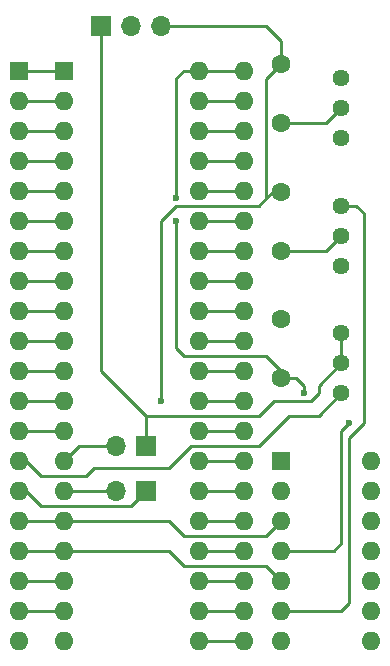
<source format=gtl>
G04 #@! TF.FileFunction,Copper,L1,Top,Signal*
%FSLAX46Y46*%
G04 Gerber Fmt 4.6, Leading zero omitted, Abs format (unit mm)*
G04 Created by KiCad (PCBNEW 4.0.7) date 10/18/19 23:27:25*
%MOMM*%
%LPD*%
G01*
G04 APERTURE LIST*
%ADD10C,0.100000*%
%ADD11R,1.600000X1.600000*%
%ADD12O,1.600000X1.600000*%
%ADD13C,1.600000*%
%ADD14C,1.440000*%
%ADD15R,1.700000X1.700000*%
%ADD16O,1.700000X1.700000*%
%ADD17C,0.600000*%
%ADD18C,0.250000*%
G04 APERTURE END LIST*
D10*
D11*
X120015000Y-104775000D03*
D12*
X135255000Y-153035000D03*
X120015000Y-107315000D03*
X135255000Y-150495000D03*
X120015000Y-109855000D03*
X135255000Y-147955000D03*
X120015000Y-112395000D03*
X135255000Y-145415000D03*
X120015000Y-114935000D03*
X135255000Y-142875000D03*
X120015000Y-117475000D03*
X135255000Y-140335000D03*
X120015000Y-120015000D03*
X135255000Y-137795000D03*
X120015000Y-122555000D03*
X135255000Y-135255000D03*
X120015000Y-125095000D03*
X135255000Y-132715000D03*
X120015000Y-127635000D03*
X135255000Y-130175000D03*
X120015000Y-130175000D03*
X135255000Y-127635000D03*
X120015000Y-132715000D03*
X135255000Y-125095000D03*
X120015000Y-135255000D03*
X135255000Y-122555000D03*
X120015000Y-137795000D03*
X135255000Y-120015000D03*
X120015000Y-140335000D03*
X135255000Y-117475000D03*
X120015000Y-142875000D03*
X135255000Y-114935000D03*
X120015000Y-145415000D03*
X135255000Y-112395000D03*
X120015000Y-147955000D03*
X135255000Y-109855000D03*
X120015000Y-150495000D03*
X135255000Y-107315000D03*
X120015000Y-153035000D03*
X135255000Y-104775000D03*
D13*
X138430000Y-130810000D03*
X138430000Y-125810000D03*
X138430000Y-109220000D03*
X138430000Y-104220000D03*
X138430000Y-120015000D03*
X138430000Y-115015000D03*
D14*
X143510000Y-110490000D03*
X143510000Y-107950000D03*
X143510000Y-105410000D03*
X143510000Y-121285000D03*
X143510000Y-118745000D03*
X143510000Y-116205000D03*
X143510000Y-132080000D03*
X143510000Y-129540000D03*
X143510000Y-127000000D03*
D11*
X138430000Y-137795000D03*
D12*
X146050000Y-153035000D03*
X138430000Y-140335000D03*
X146050000Y-150495000D03*
X138430000Y-142875000D03*
X146050000Y-147955000D03*
X138430000Y-145415000D03*
X146050000Y-145415000D03*
X138430000Y-147955000D03*
X146050000Y-142875000D03*
X138430000Y-150495000D03*
X146050000Y-140335000D03*
X138430000Y-153035000D03*
X146050000Y-137795000D03*
D11*
X116205000Y-104775000D03*
D12*
X131445000Y-153035000D03*
X116205000Y-107315000D03*
X131445000Y-150495000D03*
X116205000Y-109855000D03*
X131445000Y-147955000D03*
X116205000Y-112395000D03*
X131445000Y-145415000D03*
X116205000Y-114935000D03*
X131445000Y-142875000D03*
X116205000Y-117475000D03*
X131445000Y-140335000D03*
X116205000Y-120015000D03*
X131445000Y-137795000D03*
X116205000Y-122555000D03*
X131445000Y-135255000D03*
X116205000Y-125095000D03*
X131445000Y-132715000D03*
X116205000Y-127635000D03*
X131445000Y-130175000D03*
X116205000Y-130175000D03*
X131445000Y-127635000D03*
X116205000Y-132715000D03*
X131445000Y-125095000D03*
X116205000Y-135255000D03*
X131445000Y-122555000D03*
X116205000Y-137795000D03*
X131445000Y-120015000D03*
X116205000Y-140335000D03*
X131445000Y-117475000D03*
X116205000Y-142875000D03*
X131445000Y-114935000D03*
X116205000Y-145415000D03*
X131445000Y-112395000D03*
X116205000Y-147955000D03*
X131445000Y-109855000D03*
X116205000Y-150495000D03*
X131445000Y-107315000D03*
X116205000Y-153035000D03*
X131445000Y-104775000D03*
D15*
X123190000Y-100965000D03*
D16*
X125730000Y-100965000D03*
X128270000Y-100965000D03*
D15*
X127000000Y-140335000D03*
D16*
X124460000Y-140335000D03*
D15*
X127000000Y-136525000D03*
D16*
X124460000Y-136525000D03*
D17*
X129540000Y-115570000D03*
X129540000Y-117475000D03*
X140335000Y-132080000D03*
X144145000Y-134620000D03*
X128270000Y-132715000D03*
D18*
X138430000Y-109220000D02*
X142240000Y-109220000D01*
X142240000Y-109220000D02*
X143510000Y-107950000D01*
X138430000Y-120015000D02*
X142240000Y-120015000D01*
X142240000Y-120015000D02*
X143510000Y-118745000D01*
X137160000Y-128905000D02*
X130175000Y-128905000D01*
X130175000Y-128905000D02*
X129540000Y-128270000D01*
X129540000Y-115570000D02*
X129540000Y-105410000D01*
X129540000Y-128270000D02*
X129540000Y-117475000D01*
X129540000Y-105410000D02*
X130175000Y-104775000D01*
X131445000Y-104775000D02*
X130175000Y-104775000D01*
X137160000Y-128905000D02*
X138430000Y-130175000D01*
X140335000Y-132080000D02*
X140335000Y-131445000D01*
X139700000Y-130810000D02*
X138430000Y-130810000D01*
X140335000Y-131445000D02*
X139700000Y-130810000D01*
X138430000Y-130810000D02*
X138430000Y-130175000D01*
X131445000Y-104775000D02*
X135255000Y-104775000D01*
X143510000Y-135890000D02*
X143510000Y-144780000D01*
X143510000Y-135890000D02*
X143510000Y-135255000D01*
X143510000Y-135255000D02*
X144145000Y-134620000D01*
X142875000Y-145415000D02*
X138430000Y-145415000D01*
X143510000Y-144780000D02*
X142875000Y-145415000D01*
X143510000Y-116205000D02*
X144780000Y-116205000D01*
X145415000Y-116840000D02*
X144780000Y-116205000D01*
X144145000Y-136525000D02*
X144145000Y-149860000D01*
X145415000Y-134620000D02*
X145415000Y-133350000D01*
X144145000Y-135890000D02*
X145415000Y-134620000D01*
X144145000Y-136525000D02*
X144145000Y-135890000D01*
X143510000Y-150495000D02*
X138430000Y-150495000D01*
X144145000Y-149860000D02*
X143510000Y-150495000D01*
X145415000Y-133350000D02*
X145415000Y-116840000D01*
X120015000Y-142875000D02*
X128905000Y-142875000D01*
X137160000Y-144145000D02*
X138430000Y-142875000D01*
X130175000Y-144145000D02*
X137160000Y-144145000D01*
X128905000Y-142875000D02*
X130175000Y-144145000D01*
X116205000Y-142875000D02*
X120015000Y-142875000D01*
X120015000Y-145415000D02*
X128905000Y-145415000D01*
X137160000Y-146685000D02*
X138430000Y-147955000D01*
X130175000Y-146685000D02*
X137160000Y-146685000D01*
X128905000Y-145415000D02*
X130175000Y-146685000D01*
X116205000Y-145415000D02*
X120015000Y-145415000D01*
X116205000Y-104775000D02*
X120015000Y-104775000D01*
X131445000Y-153035000D02*
X135255000Y-153035000D01*
X116205000Y-107315000D02*
X120015000Y-107315000D01*
X135255000Y-150495000D02*
X131445000Y-150495000D01*
X116205000Y-109855000D02*
X120015000Y-109855000D01*
X131445000Y-147955000D02*
X135255000Y-147955000D01*
X116205000Y-112395000D02*
X120015000Y-112395000D01*
X131445000Y-145415000D02*
X135255000Y-145415000D01*
X120015000Y-114935000D02*
X116205000Y-114935000D01*
X131445000Y-142875000D02*
X135255000Y-142875000D01*
X116205000Y-117475000D02*
X120015000Y-117475000D01*
X131445000Y-140335000D02*
X135255000Y-140335000D01*
X120015000Y-120015000D02*
X116205000Y-120015000D01*
X131445000Y-137795000D02*
X135255000Y-137795000D01*
X116205000Y-122555000D02*
X120015000Y-122555000D01*
X131445000Y-135255000D02*
X135255000Y-135255000D01*
X120015000Y-125095000D02*
X116205000Y-125095000D01*
X131445000Y-132715000D02*
X135255000Y-132715000D01*
X116205000Y-127635000D02*
X120015000Y-127635000D01*
X131445000Y-130175000D02*
X135255000Y-130175000D01*
X116205000Y-130175000D02*
X120015000Y-130175000D01*
X131445000Y-127635000D02*
X135255000Y-127635000D01*
X120015000Y-132715000D02*
X116205000Y-132715000D01*
X131445000Y-125095000D02*
X135255000Y-125095000D01*
X116205000Y-135255000D02*
X120015000Y-135255000D01*
X131445000Y-122555000D02*
X135255000Y-122555000D01*
X131445000Y-120015000D02*
X135255000Y-120015000D01*
X135255000Y-117475000D02*
X131445000Y-117475000D01*
X131445000Y-114935000D02*
X135255000Y-114935000D01*
X131445000Y-112395000D02*
X135255000Y-112395000D01*
X120015000Y-147955000D02*
X116205000Y-147955000D01*
X131445000Y-109855000D02*
X135255000Y-109855000D01*
X116205000Y-150495000D02*
X120015000Y-150495000D01*
X131445000Y-107315000D02*
X135255000Y-107315000D01*
X128270000Y-131445000D02*
X128270000Y-132715000D01*
X129540000Y-116205000D02*
X128905000Y-116840000D01*
X128270000Y-117475000D02*
X128270000Y-131445000D01*
X137160000Y-115570000D02*
X136525000Y-116205000D01*
X136525000Y-116205000D02*
X132715000Y-116205000D01*
X128905000Y-116840000D02*
X128270000Y-117475000D01*
X132715000Y-116205000D02*
X129540000Y-116205000D01*
X137160000Y-115570000D02*
X137795000Y-114935000D01*
X137795000Y-114935000D02*
X138350000Y-114935000D01*
X138350000Y-114935000D02*
X138430000Y-115015000D01*
X137160000Y-113665000D02*
X137160000Y-115570000D01*
X137160000Y-105490000D02*
X138430000Y-104220000D01*
X137160000Y-113665000D02*
X137160000Y-105490000D01*
X128270000Y-100965000D02*
X137160000Y-100965000D01*
X138430000Y-102235000D02*
X138430000Y-104220000D01*
X137160000Y-100965000D02*
X138430000Y-102235000D01*
X138430000Y-115015000D02*
X138430000Y-114935000D01*
X116205000Y-140335000D02*
X116840000Y-140335000D01*
X116840000Y-140335000D02*
X118110000Y-141605000D01*
X118110000Y-141605000D02*
X125730000Y-141605000D01*
X125730000Y-141605000D02*
X127000000Y-140335000D01*
X127000000Y-133985000D02*
X123190000Y-130175000D01*
X123190000Y-130175000D02*
X123190000Y-129540000D01*
X127635000Y-133985000D02*
X127000000Y-133985000D01*
X123190000Y-104140000D02*
X123190000Y-129540000D01*
X123190000Y-104140000D02*
X123190000Y-100965000D01*
X128270000Y-133985000D02*
X127635000Y-133985000D01*
X143510000Y-129540000D02*
X141605000Y-131445000D01*
X136525000Y-133985000D02*
X128270000Y-133985000D01*
X137795000Y-132715000D02*
X136525000Y-133985000D01*
X140970000Y-132715000D02*
X137795000Y-132715000D01*
X141605000Y-132080000D02*
X140970000Y-132715000D01*
X141605000Y-131445000D02*
X141605000Y-132080000D01*
X127000000Y-136525000D02*
X127000000Y-133985000D01*
X143510000Y-127000000D02*
X143510000Y-129540000D01*
X120015000Y-140335000D02*
X124460000Y-140335000D01*
X124460000Y-136525000D02*
X121285000Y-136525000D01*
X121285000Y-136525000D02*
X120015000Y-137795000D01*
X130810000Y-136525000D02*
X128905000Y-138430000D01*
X128905000Y-138430000D02*
X128270000Y-138430000D01*
X125730000Y-138430000D02*
X128270000Y-138430000D01*
X121920000Y-139065000D02*
X122555000Y-138430000D01*
X122555000Y-138430000D02*
X123825000Y-138430000D01*
X116840000Y-137795000D02*
X118110000Y-139065000D01*
X118110000Y-139065000D02*
X121920000Y-139065000D01*
X123825000Y-138430000D02*
X125730000Y-138430000D01*
X141605000Y-133985000D02*
X143510000Y-132080000D01*
X139065000Y-133985000D02*
X141605000Y-133985000D01*
X136525000Y-136525000D02*
X139065000Y-133985000D01*
X130810000Y-136525000D02*
X136525000Y-136525000D01*
X116205000Y-137795000D02*
X116840000Y-137795000D01*
M02*

</source>
